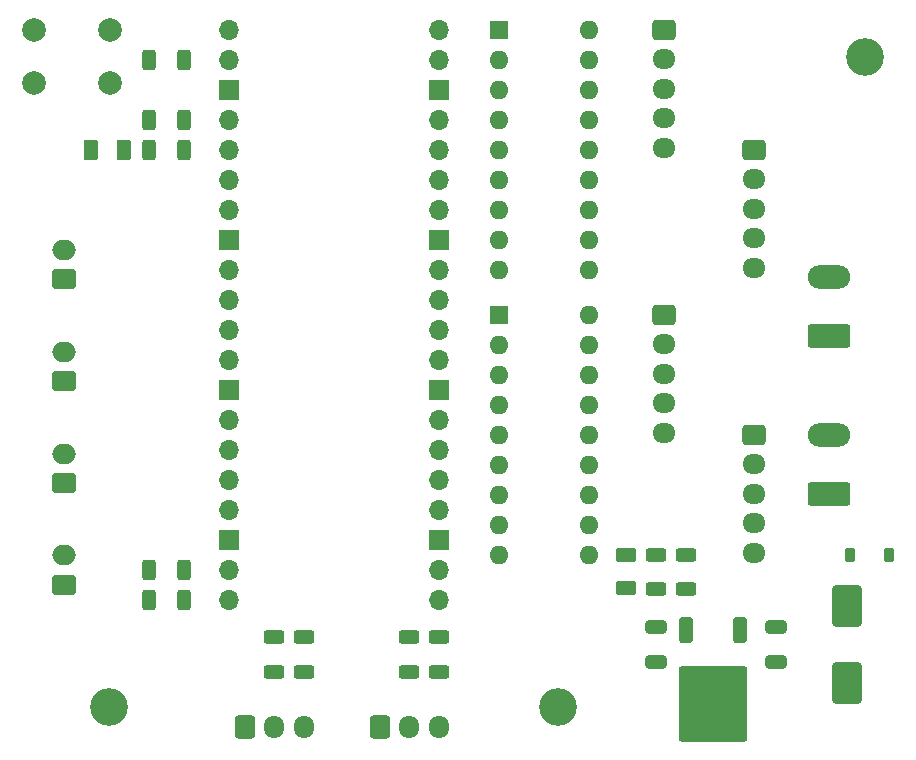
<source format=gts>
%TF.GenerationSoftware,KiCad,Pcbnew,7.0.5*%
%TF.CreationDate,2023-06-21T21:20:56+02:00*%
%TF.ProjectId,moduleDriver,6d6f6475-6c65-4447-9269-7665722e6b69,rev?*%
%TF.SameCoordinates,Original*%
%TF.FileFunction,Soldermask,Top*%
%TF.FilePolarity,Negative*%
%FSLAX46Y46*%
G04 Gerber Fmt 4.6, Leading zero omitted, Abs format (unit mm)*
G04 Created by KiCad (PCBNEW 7.0.5) date 2023-06-21 21:20:56*
%MOMM*%
%LPD*%
G01*
G04 APERTURE LIST*
G04 Aperture macros list*
%AMRoundRect*
0 Rectangle with rounded corners*
0 $1 Rounding radius*
0 $2 $3 $4 $5 $6 $7 $8 $9 X,Y pos of 4 corners*
0 Add a 4 corners polygon primitive as box body*
4,1,4,$2,$3,$4,$5,$6,$7,$8,$9,$2,$3,0*
0 Add four circle primitives for the rounded corners*
1,1,$1+$1,$2,$3*
1,1,$1+$1,$4,$5*
1,1,$1+$1,$6,$7*
1,1,$1+$1,$8,$9*
0 Add four rect primitives between the rounded corners*
20,1,$1+$1,$2,$3,$4,$5,0*
20,1,$1+$1,$4,$5,$6,$7,0*
20,1,$1+$1,$6,$7,$8,$9,0*
20,1,$1+$1,$8,$9,$2,$3,0*%
G04 Aperture macros list end*
%ADD10O,1.700000X1.700000*%
%ADD11R,1.700000X1.700000*%
%ADD12O,3.600000X2.000000*%
%ADD13RoundRect,0.250000X1.550000X-0.750000X1.550000X0.750000X-1.550000X0.750000X-1.550000X-0.750000X0*%
%ADD14RoundRect,0.250000X0.625000X-0.312500X0.625000X0.312500X-0.625000X0.312500X-0.625000X-0.312500X0*%
%ADD15O,1.700000X1.950000*%
%ADD16RoundRect,0.250000X-0.600000X-0.725000X0.600000X-0.725000X0.600000X0.725000X-0.600000X0.725000X0*%
%ADD17O,1.950000X1.700000*%
%ADD18RoundRect,0.250000X-0.725000X0.600000X-0.725000X-0.600000X0.725000X-0.600000X0.725000X0.600000X0*%
%ADD19C,3.200000*%
%ADD20O,1.600000X1.600000*%
%ADD21R,1.600000X1.600000*%
%ADD22RoundRect,0.250000X0.750000X-0.600000X0.750000X0.600000X-0.750000X0.600000X-0.750000X-0.600000X0*%
%ADD23O,2.000000X1.700000*%
%ADD24RoundRect,0.250000X-0.650000X0.325000X-0.650000X-0.325000X0.650000X-0.325000X0.650000X0.325000X0*%
%ADD25RoundRect,0.250000X-0.312500X-0.625000X0.312500X-0.625000X0.312500X0.625000X-0.312500X0.625000X0*%
%ADD26C,2.000000*%
%ADD27RoundRect,0.225000X-0.225000X-0.375000X0.225000X-0.375000X0.225000X0.375000X-0.225000X0.375000X0*%
%ADD28RoundRect,0.250000X-0.625000X0.312500X-0.625000X-0.312500X0.625000X-0.312500X0.625000X0.312500X0*%
%ADD29RoundRect,0.250000X-0.350000X0.850000X-0.350000X-0.850000X0.350000X-0.850000X0.350000X0.850000X0*%
%ADD30RoundRect,0.249997X-2.650003X2.950003X-2.650003X-2.950003X2.650003X-2.950003X2.650003X2.950003X0*%
%ADD31RoundRect,0.250000X0.625000X-0.375000X0.625000X0.375000X-0.625000X0.375000X-0.625000X-0.375000X0*%
%ADD32RoundRect,0.250000X-0.375000X-0.625000X0.375000X-0.625000X0.375000X0.625000X-0.375000X0.625000X0*%
%ADD33RoundRect,0.250000X-1.000000X1.500000X-1.000000X-1.500000X1.000000X-1.500000X1.000000X1.500000X0*%
%ADD34RoundRect,0.250000X0.312500X0.625000X-0.312500X0.625000X-0.312500X-0.625000X0.312500X-0.625000X0*%
G04 APERTURE END LIST*
D10*
X71120000Y-73660000D03*
X71120000Y-76200000D03*
D11*
X71120000Y-78740000D03*
D10*
X71120000Y-81280000D03*
X71120000Y-83820000D03*
X71120000Y-86360000D03*
X71120000Y-88900000D03*
D11*
X71120000Y-91440000D03*
D10*
X71120000Y-93980000D03*
X71120000Y-96520000D03*
X71120000Y-99060000D03*
X71120000Y-101600000D03*
D11*
X71120000Y-104140000D03*
D10*
X71120000Y-106680000D03*
X71120000Y-109220000D03*
X71120000Y-111760000D03*
X71120000Y-114300000D03*
D11*
X71120000Y-116840000D03*
D10*
X71120000Y-119380000D03*
X71120000Y-121920000D03*
X88900000Y-121920000D03*
X88900000Y-119380000D03*
D11*
X88900000Y-116840000D03*
D10*
X88900000Y-114300000D03*
X88900000Y-111760000D03*
X88900000Y-109220000D03*
X88900000Y-106680000D03*
D11*
X88900000Y-104140000D03*
D10*
X88900000Y-101600000D03*
X88900000Y-99060000D03*
X88900000Y-96520000D03*
X88900000Y-93980000D03*
D11*
X88900000Y-91440000D03*
D10*
X88900000Y-88900000D03*
X88900000Y-86360000D03*
X88900000Y-83820000D03*
X88900000Y-81280000D03*
D11*
X88900000Y-78740000D03*
D10*
X88900000Y-76200000D03*
X88900000Y-73660000D03*
D12*
X121920000Y-107950000D03*
D13*
X121920000Y-112950000D03*
D12*
X121920000Y-94615000D03*
D13*
X121920000Y-99615000D03*
D14*
X107315000Y-118110000D03*
X107315000Y-121035000D03*
D15*
X77470000Y-132715000D03*
X74970000Y-132715000D03*
D16*
X72470000Y-132715000D03*
D17*
X107950000Y-107790000D03*
X107950000Y-105290000D03*
X107950000Y-102790000D03*
X107950000Y-100290000D03*
D18*
X107950000Y-97790000D03*
D14*
X77470000Y-125095000D03*
X77470000Y-128020000D03*
D19*
X125000000Y-76000000D03*
D20*
X101600000Y-97790000D03*
X101600000Y-100330000D03*
X101600000Y-102870000D03*
X101600000Y-105410000D03*
X101600000Y-107950000D03*
X101600000Y-110490000D03*
X101600000Y-113030000D03*
X101600000Y-115570000D03*
X101600000Y-118110000D03*
X93980000Y-118110000D03*
X93980000Y-115570000D03*
X93980000Y-113030000D03*
X93980000Y-110490000D03*
X93980000Y-107950000D03*
X93980000Y-105410000D03*
X93980000Y-102870000D03*
X93980000Y-100330000D03*
D21*
X93980000Y-97790000D03*
D22*
X57150000Y-112054000D03*
D23*
X57150000Y-109554000D03*
D24*
X107315000Y-127205000D03*
X107315000Y-124255000D03*
D25*
X67310000Y-121920000D03*
X64385000Y-121920000D03*
X67310000Y-81280000D03*
X64385000Y-81280000D03*
D20*
X101600000Y-73660000D03*
X101600000Y-76200000D03*
X101600000Y-78740000D03*
X101600000Y-81280000D03*
X101600000Y-83820000D03*
X101600000Y-86360000D03*
X101600000Y-88900000D03*
X101600000Y-91440000D03*
X101600000Y-93980000D03*
X93980000Y-93980000D03*
X93980000Y-91440000D03*
X93980000Y-88900000D03*
X93980000Y-86360000D03*
X93980000Y-83820000D03*
X93980000Y-81280000D03*
X93980000Y-78740000D03*
X93980000Y-76200000D03*
D21*
X93980000Y-73660000D03*
D26*
X54610000Y-73660000D03*
X61110000Y-73660000D03*
X54610000Y-78160000D03*
X61110000Y-78160000D03*
D22*
X57150000Y-94782000D03*
D23*
X57150000Y-92282000D03*
D17*
X115570000Y-117950000D03*
X115570000Y-115450000D03*
X115570000Y-112950000D03*
X115570000Y-110450000D03*
D18*
X115570000Y-107950000D03*
D19*
X61000000Y-131000000D03*
D27*
X127000000Y-118110000D03*
X123700000Y-118110000D03*
D17*
X115570000Y-93820000D03*
X115570000Y-91320000D03*
X115570000Y-88820000D03*
X115570000Y-86320000D03*
D18*
X115570000Y-83820000D03*
D28*
X109855000Y-121035000D03*
X109855000Y-118110000D03*
D22*
X57150000Y-120650000D03*
D23*
X57150000Y-118150000D03*
D14*
X88900000Y-125095000D03*
X88900000Y-128020000D03*
D29*
X109855000Y-124460000D03*
D30*
X112135000Y-130760000D03*
D29*
X114415000Y-124460000D03*
D25*
X67310000Y-76200000D03*
X64385000Y-76200000D03*
D22*
X57150000Y-103418000D03*
D23*
X57150000Y-100918000D03*
D31*
X104775000Y-118110000D03*
X104775000Y-120910000D03*
D15*
X88900000Y-132715000D03*
X86400000Y-132715000D03*
D16*
X83900000Y-132715000D03*
D32*
X62230000Y-83820000D03*
X59430000Y-83820000D03*
D33*
X123444000Y-128980000D03*
X123444000Y-122480000D03*
D14*
X74930000Y-125095000D03*
X74930000Y-128020000D03*
D19*
X99000000Y-131000000D03*
D25*
X67310000Y-119380000D03*
X64385000Y-119380000D03*
D17*
X107950000Y-83660000D03*
X107950000Y-81160000D03*
X107950000Y-78660000D03*
X107950000Y-76160000D03*
D18*
X107950000Y-73660000D03*
D34*
X64385000Y-83820000D03*
X67310000Y-83820000D03*
D24*
X117475000Y-127205000D03*
X117475000Y-124255000D03*
D14*
X86360000Y-125095000D03*
X86360000Y-128020000D03*
M02*

</source>
